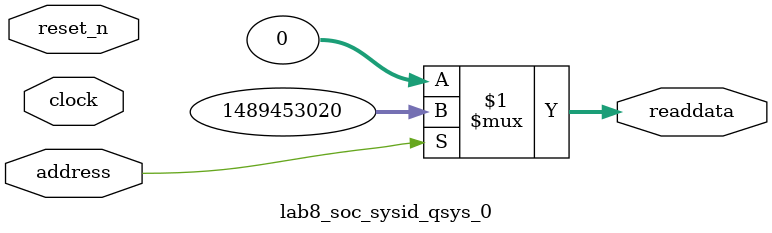
<source format=v>

`timescale 1ns / 1ps
// synthesis translate_on

// turn off superfluous verilog processor warnings 
// altera message_level Level1 
// altera message_off 10034 10035 10036 10037 10230 10240 10030 

module lab8_soc_sysid_qsys_0 (
               // inputs:
                address,
                clock,
                reset_n,

               // outputs:
                readdata
             )
;

  output  [ 31: 0] readdata;
  input            address;
  input            clock;
  input            reset_n;

  wire    [ 31: 0] readdata;
  //control_slave, which is an e_avalon_slave
  assign readdata = address ? 1489453020 : 0;

endmodule




</source>
